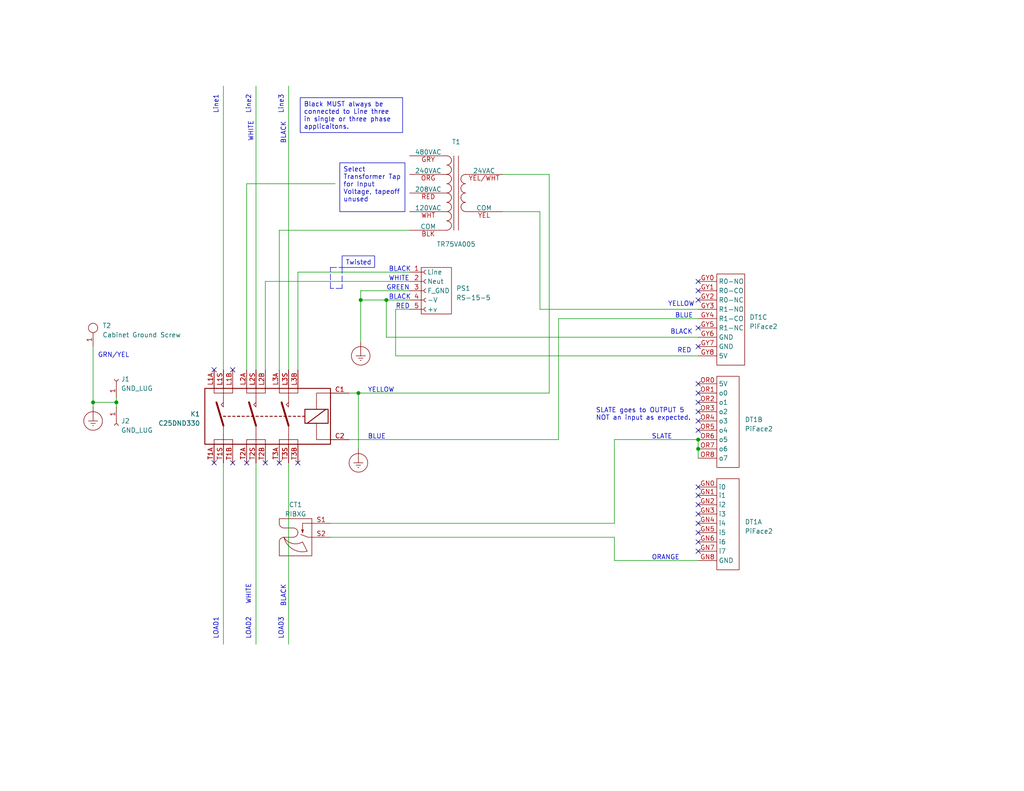
<source format=kicad_sch>
(kicad_sch (version 20230121) (generator eeschema)

  (uuid 7d631f0d-cbe6-4d6d-a8d3-2ee14f65e9f4)

  (paper "A")

  (title_block
    (title "RFID Interlock Legacy Variant B (2023)")
    (date "2023-07-25")
    (rev "0v1b")
    (company "Dallas Makerspace")
    (comment 1 "OZINDFW dms@ozindfw.net")
  )

  (lib_symbols
    (symbol "Connector:Conn_01x01_Socket" (pin_names (offset 1.016) hide) (in_bom yes) (on_board yes)
      (property "Reference" "J" (at 0 2.54 0)
        (effects (font (size 1.27 1.27)))
      )
      (property "Value" "Conn_01x01_Socket" (at 0 -2.54 0)
        (effects (font (size 1.27 1.27)))
      )
      (property "Footprint" "" (at 0 0 0)
        (effects (font (size 1.27 1.27)) hide)
      )
      (property "Datasheet" "~" (at 0 0 0)
        (effects (font (size 1.27 1.27)) hide)
      )
      (property "ki_locked" "" (at 0 0 0)
        (effects (font (size 1.27 1.27)))
      )
      (property "ki_keywords" "connector" (at 0 0 0)
        (effects (font (size 1.27 1.27)) hide)
      )
      (property "ki_description" "Generic connector, single row, 01x01, script generated" (at 0 0 0)
        (effects (font (size 1.27 1.27)) hide)
      )
      (property "ki_fp_filters" "Connector*:*_1x??_*" (at 0 0 0)
        (effects (font (size 1.27 1.27)) hide)
      )
      (symbol "Conn_01x01_Socket_1_1"
        (polyline
          (pts
            (xy -1.27 0)
            (xy -0.508 0)
          )
          (stroke (width 0.1524) (type default))
          (fill (type none))
        )
        (arc (start 0 0.508) (mid -0.5058 0) (end 0 -0.508)
          (stroke (width 0.1524) (type default))
          (fill (type none))
        )
        (pin passive line (at -5.08 0 0) (length 3.81)
          (name "Pin_1" (effects (font (size 1.27 1.27))))
          (number "1" (effects (font (size 1.27 1.27))))
        )
      )
    )
    (symbol "oz:Eaton_Contactor" (in_bom yes) (on_board yes)
      (property "Reference" "K" (at 13.97 13.97 0)
        (effects (font (size 1.27 1.27)) (justify left))
      )
      (property "Value" "Eaton_Contactor" (at 13.97 11.43 0)
        (effects (font (size 1.27 1.27)) (justify left))
      )
      (property "Footprint" "" (at -5.08 -1.27 0)
        (effects (font (size 1.27 1.27)) (justify left) hide)
      )
      (property "Datasheet" "" (at 8.255 0 0)
        (effects (font (size 1.27 1.27)) hide)
      )
      (property "ki_keywords" "contactor three pole" (at 0 0 0)
        (effects (font (size 1.27 1.27)) hide)
      )
      (property "ki_description" "3PST Contactor" (at 0 0 0)
        (effects (font (size 1.27 1.27)) hide)
      )
      (property "ki_fp_filters" "Relay*SPST*StandexMeder*MS*Form1AB*" (at 0 0 0)
        (effects (font (size 1.27 1.27)) hide)
      )
      (symbol "Eaton_Contactor_0_0"
        (polyline
          (pts
            (xy -8.89 5.08)
            (xy -8.89 2.54)
            (xy -9.525 3.175)
            (xy -8.89 3.81)
          )
          (stroke (width 0) (type default))
          (fill (type none))
        )
        (polyline
          (pts
            (xy 0 5.08)
            (xy 0 2.54)
            (xy -0.635 3.175)
            (xy 0 3.81)
          )
          (stroke (width 0) (type default))
          (fill (type none))
        )
        (polyline
          (pts
            (xy 8.89 5.08)
            (xy 8.89 2.54)
            (xy 8.255 3.175)
            (xy 8.89 3.81)
          )
          (stroke (width 0) (type default))
          (fill (type none))
        )
      )
      (symbol "Eaton_Contactor_0_1"
        (rectangle (start -13.97 7.62) (end 20.32 -7.62)
          (stroke (width 0.254) (type default))
          (fill (type none))
        )
        (polyline
          (pts
            (xy -8.89 -5.08)
            (xy -8.89 -7.62)
          )
          (stroke (width 0) (type default))
          (fill (type none))
        )
        (polyline
          (pts
            (xy -8.89 -2.54)
            (xy -10.795 3.81)
          )
          (stroke (width 0.508) (type default))
          (fill (type none))
        )
        (polyline
          (pts
            (xy -8.89 -2.54)
            (xy -8.89 -5.08)
          )
          (stroke (width 0) (type default))
          (fill (type none))
        )
        (polyline
          (pts
            (xy -8.89 0)
            (xy -8.255 0)
          )
          (stroke (width 0.254) (type default))
          (fill (type none))
        )
        (polyline
          (pts
            (xy -8.89 7.62)
            (xy -8.89 5.08)
          )
          (stroke (width 0) (type default))
          (fill (type none))
        )
        (polyline
          (pts
            (xy -7.62 0)
            (xy -6.985 0)
          )
          (stroke (width 0.254) (type default))
          (fill (type none))
        )
        (polyline
          (pts
            (xy -6.35 0)
            (xy -5.715 0)
          )
          (stroke (width 0.254) (type default))
          (fill (type none))
        )
        (polyline
          (pts
            (xy -5.08 0)
            (xy -4.445 0)
          )
          (stroke (width 0.254) (type default))
          (fill (type none))
        )
        (polyline
          (pts
            (xy -5.08 0)
            (xy -4.445 0)
          )
          (stroke (width 0.254) (type default))
          (fill (type none))
        )
        (polyline
          (pts
            (xy -3.81 0)
            (xy -3.175 0)
          )
          (stroke (width 0.254) (type default))
          (fill (type none))
        )
        (polyline
          (pts
            (xy -2.54 0)
            (xy -1.905 0)
          )
          (stroke (width 0.254) (type default))
          (fill (type none))
        )
        (polyline
          (pts
            (xy -1.27 0)
            (xy -0.635 0)
          )
          (stroke (width 0.254) (type default))
          (fill (type none))
        )
        (polyline
          (pts
            (xy -1.27 0)
            (xy -0.635 0)
          )
          (stroke (width 0.254) (type default))
          (fill (type none))
        )
        (polyline
          (pts
            (xy 0 -5.08)
            (xy 0 -7.62)
          )
          (stroke (width 0) (type default))
          (fill (type none))
        )
        (polyline
          (pts
            (xy 0 -2.54)
            (xy -1.905 3.81)
          )
          (stroke (width 0.508) (type default))
          (fill (type none))
        )
        (polyline
          (pts
            (xy 0 -2.54)
            (xy 0 -5.08)
          )
          (stroke (width 0) (type default))
          (fill (type none))
        )
        (polyline
          (pts
            (xy 0 0)
            (xy 0.635 0)
          )
          (stroke (width 0.254) (type default))
          (fill (type none))
        )
        (polyline
          (pts
            (xy 0 7.62)
            (xy 0 5.08)
          )
          (stroke (width 0) (type default))
          (fill (type none))
        )
        (polyline
          (pts
            (xy 1.27 0)
            (xy 1.905 0)
          )
          (stroke (width 0.254) (type default))
          (fill (type none))
        )
        (polyline
          (pts
            (xy 2.54 0)
            (xy 3.175 0)
          )
          (stroke (width 0.254) (type default))
          (fill (type none))
        )
        (polyline
          (pts
            (xy 3.81 0)
            (xy 4.445 0)
          )
          (stroke (width 0.254) (type default))
          (fill (type none))
        )
        (polyline
          (pts
            (xy 5.08 0)
            (xy 5.715 0)
          )
          (stroke (width 0.254) (type default))
          (fill (type none))
        )
        (polyline
          (pts
            (xy 6.35 0)
            (xy 6.985 0)
          )
          (stroke (width 0.254) (type default))
          (fill (type none))
        )
        (polyline
          (pts
            (xy 7.62 0)
            (xy 8.255 0)
          )
          (stroke (width 0.254) (type default))
          (fill (type none))
        )
        (polyline
          (pts
            (xy 7.62 0)
            (xy 8.255 0)
          )
          (stroke (width 0.254) (type default))
          (fill (type none))
        )
        (polyline
          (pts
            (xy 8.89 -5.08)
            (xy 8.89 -7.62)
          )
          (stroke (width 0) (type default))
          (fill (type none))
        )
        (polyline
          (pts
            (xy 8.89 -2.54)
            (xy 6.985 3.81)
          )
          (stroke (width 0.508) (type default))
          (fill (type none))
        )
        (polyline
          (pts
            (xy 8.89 -2.54)
            (xy 8.89 -5.08)
          )
          (stroke (width 0) (type default))
          (fill (type none))
        )
        (polyline
          (pts
            (xy 8.89 0)
            (xy 9.525 0)
          )
          (stroke (width 0.254) (type default))
          (fill (type none))
        )
        (polyline
          (pts
            (xy 8.89 7.62)
            (xy 8.89 5.08)
          )
          (stroke (width 0) (type default))
          (fill (type none))
        )
        (polyline
          (pts
            (xy 10.16 0)
            (xy 10.795 0)
          )
          (stroke (width 0.254) (type default))
          (fill (type none))
        )
        (polyline
          (pts
            (xy 11.43 0)
            (xy 12.065 0)
          )
          (stroke (width 0.254) (type default))
          (fill (type none))
        )
        (polyline
          (pts
            (xy 12.7 0)
            (xy 13.335 0)
          )
          (stroke (width 0.254) (type default))
          (fill (type none))
        )
        (polyline
          (pts
            (xy 13.97 -1.905)
            (xy 19.05 1.905)
          )
          (stroke (width 0.254) (type default))
          (fill (type none))
        )
        (polyline
          (pts
            (xy 16.51 -6.35)
            (xy 20.32 -6.35)
          )
          (stroke (width 0) (type default))
          (fill (type none))
        )
        (polyline
          (pts
            (xy 16.51 -5.08)
            (xy 16.51 -6.35)
          )
          (stroke (width 0) (type default))
          (fill (type none))
        )
        (polyline
          (pts
            (xy 16.51 -5.08)
            (xy 16.51 -1.905)
          )
          (stroke (width 0) (type default))
          (fill (type none))
        )
        (polyline
          (pts
            (xy 16.51 3.81)
            (xy 16.51 1.905)
          )
          (stroke (width 0) (type default))
          (fill (type none))
        )
        (polyline
          (pts
            (xy 20.32 6.35)
            (xy 16.51 6.35)
            (xy 16.51 3.81)
          )
          (stroke (width 0) (type default))
          (fill (type none))
        )
        (polyline
          (pts
            (xy -11.43 -7.62)
            (xy -11.43 -6.35)
            (xy -6.35 -6.35)
            (xy -6.35 -7.62)
          )
          (stroke (width 0) (type default))
          (fill (type none))
        )
        (polyline
          (pts
            (xy -11.43 7.62)
            (xy -11.43 6.35)
            (xy -6.35 6.35)
            (xy -6.35 7.62)
          )
          (stroke (width 0) (type default))
          (fill (type none))
        )
        (polyline
          (pts
            (xy -2.54 -7.62)
            (xy -2.54 -6.35)
            (xy 2.54 -6.35)
            (xy 2.54 -7.62)
          )
          (stroke (width 0) (type default))
          (fill (type none))
        )
        (polyline
          (pts
            (xy -2.54 7.62)
            (xy -2.54 6.35)
            (xy 2.54 6.35)
            (xy 2.54 7.62)
          )
          (stroke (width 0) (type default))
          (fill (type none))
        )
        (polyline
          (pts
            (xy 6.35 -7.62)
            (xy 6.35 -6.35)
            (xy 11.43 -6.35)
            (xy 11.43 -7.62)
          )
          (stroke (width 0) (type default))
          (fill (type none))
        )
        (polyline
          (pts
            (xy 6.35 7.62)
            (xy 6.35 6.35)
            (xy 11.43 6.35)
            (xy 11.43 7.62)
          )
          (stroke (width 0) (type default))
          (fill (type none))
        )
        (rectangle (start 13.335 1.905) (end 19.685 -1.905)
          (stroke (width 0.254) (type default))
          (fill (type none))
        )
      )
      (symbol "Eaton_Contactor_1_1"
        (pin passive line (at 25.4 6.35 180) (length 5.08)
          (name "~" (effects (font (size 1.27 1.27))))
          (number "C1" (effects (font (size 1.27 1.27))))
        )
        (pin passive line (at 25.4 -6.35 180) (length 5.08)
          (name "~" (effects (font (size 1.27 1.27))))
          (number "C2" (effects (font (size 1.27 1.27))))
        )
        (pin passive line (at -11.43 12.7 270) (length 5.08)
          (name "~" (effects (font (size 1.27 1.27))))
          (number "L1A" (effects (font (size 1.27 1.27))))
        )
        (pin passive line (at -6.35 12.7 270) (length 5.08)
          (name "~" (effects (font (size 1.27 1.27))))
          (number "L1B" (effects (font (size 1.27 1.27))))
        )
        (pin passive line (at -8.89 12.7 270) (length 5.08)
          (name "" (effects (font (size 1.27 1.27))))
          (number "L1S" (effects (font (size 1.27 1.27))))
        )
        (pin passive line (at -2.54 12.7 270) (length 5.08)
          (name "~" (effects (font (size 1.27 1.27))))
          (number "L2A" (effects (font (size 1.27 1.27))))
        )
        (pin passive line (at 2.54 12.7 270) (length 5.08)
          (name "~" (effects (font (size 1.27 1.27))))
          (number "L2B" (effects (font (size 1.27 1.27))))
        )
        (pin passive line (at 0 12.7 270) (length 5.08)
          (name "" (effects (font (size 1.27 1.27))))
          (number "L2S" (effects (font (size 1.27 1.27))))
        )
        (pin passive line (at 6.35 12.7 270) (length 5.08)
          (name "~" (effects (font (size 1.27 1.27))))
          (number "L3A" (effects (font (size 1.27 1.27))))
        )
        (pin passive line (at 11.43 12.7 270) (length 5.08)
          (name "~" (effects (font (size 1.27 1.27))))
          (number "L3B" (effects (font (size 1.27 1.27))))
        )
        (pin passive line (at 8.89 12.7 270) (length 5.08)
          (name "" (effects (font (size 1.27 1.27))))
          (number "L3S" (effects (font (size 1.27 1.27))))
        )
        (pin passive line (at -11.43 -12.7 90) (length 5.08)
          (name "~" (effects (font (size 1.27 1.27))))
          (number "T1A" (effects (font (size 1.27 1.27))))
        )
        (pin passive line (at -6.35 -12.7 90) (length 5.08)
          (name "~" (effects (font (size 1.27 1.27))))
          (number "T1B" (effects (font (size 1.27 1.27))))
        )
        (pin passive line (at -8.89 -12.7 90) (length 5.08)
          (name "" (effects (font (size 1.27 1.27))))
          (number "T1S" (effects (font (size 1.27 1.27))))
        )
        (pin passive line (at -2.54 -12.7 90) (length 5.08)
          (name "~" (effects (font (size 1.27 1.27))))
          (number "T2A" (effects (font (size 1.27 1.27))))
        )
        (pin passive line (at 2.54 -12.7 90) (length 5.08)
          (name "~" (effects (font (size 1.27 1.27))))
          (number "T2B" (effects (font (size 1.27 1.27))))
        )
        (pin passive line (at 0 -12.7 90) (length 5.08)
          (name "" (effects (font (size 1.27 1.27))))
          (number "T2S" (effects (font (size 1.27 1.27))))
        )
        (pin passive line (at 6.35 -12.7 90) (length 5.08)
          (name "~" (effects (font (size 1.27 1.27))))
          (number "T3A" (effects (font (size 1.27 1.27))))
        )
        (pin passive line (at 11.43 -12.7 90) (length 5.08)
          (name "~" (effects (font (size 1.27 1.27))))
          (number "T3B" (effects (font (size 1.27 1.27))))
        )
        (pin passive line (at 8.89 -12.7 90) (length 5.08)
          (name "" (effects (font (size 1.27 1.27))))
          (number "T3S" (effects (font (size 1.27 1.27))))
        )
      )
    )
    (symbol "oz:PiFace2" (in_bom yes) (on_board yes)
      (property "Reference" "DT" (at 1.27 16.51 0)
        (effects (font (size 1.27 1.27)))
      )
      (property "Value" "PiFace2" (at 3.81 13.97 0)
        (effects (font (size 1.27 1.27)))
      )
      (property "Footprint" "" (at 6.096 6.858 0)
        (effects (font (size 1.27 1.27)) hide)
      )
      (property "Datasheet" "" (at 6.096 6.858 0)
        (effects (font (size 1.27 1.27)) hide)
      )
      (property "ki_locked" "" (at 0 0 0)
        (effects (font (size 1.27 1.27)))
      )
      (symbol "PiFace2_1_1"
        (rectangle (start 0 12.192) (end 6.096 -12.7)
          (stroke (width 0) (type default))
          (fill (type none))
        )
        (pin passive line (at -5.08 9.906 0) (length 5.08)
          (name "i0" (effects (font (size 1.27 1.27))))
          (number "GN0" (effects (font (size 1.27 1.27))))
        )
        (pin input line (at -5.08 7.62 0) (length 5.08)
          (name "i1" (effects (font (size 1.27 1.27))))
          (number "GN1" (effects (font (size 1.27 1.27))))
        )
        (pin input line (at -5.08 5.08 0) (length 5.08)
          (name "i2" (effects (font (size 1.27 1.27))))
          (number "GN2" (effects (font (size 1.27 1.27))))
        )
        (pin input line (at -5.08 2.54 0) (length 5.08)
          (name "i3" (effects (font (size 1.27 1.27))))
          (number "GN3" (effects (font (size 1.27 1.27))))
        )
        (pin input line (at -5.08 0 0) (length 5.08)
          (name "i4" (effects (font (size 1.27 1.27))))
          (number "GN4" (effects (font (size 1.27 1.27))))
        )
        (pin input line (at -5.08 -2.54 0) (length 5.08)
          (name "i5" (effects (font (size 1.27 1.27))))
          (number "GN5" (effects (font (size 1.27 1.27))))
        )
        (pin input line (at -5.08 -5.08 0) (length 5.08)
          (name "i6" (effects (font (size 1.27 1.27))))
          (number "GN6" (effects (font (size 1.27 1.27))))
        )
        (pin input line (at -5.08 -7.62 0) (length 5.08)
          (name "i7" (effects (font (size 1.27 1.27))))
          (number "GN7" (effects (font (size 1.27 1.27))))
        )
        (pin passive line (at -5.08 -10.16 0) (length 5.08)
          (name "GND" (effects (font (size 1.27 1.27))))
          (number "GN8" (effects (font (size 1.27 1.27))))
        )
      )
      (symbol "PiFace2_2_1"
        (rectangle (start 0 12.192) (end 6.096 -12.7)
          (stroke (width 0) (type default))
          (fill (type none))
        )
        (pin passive line (at -5.08 10.16 0) (length 5.08)
          (name "5V" (effects (font (size 1.27 1.27))))
          (number "OR0" (effects (font (size 1.27 1.27))))
        )
        (pin output line (at -5.08 7.62 0) (length 5.08)
          (name "o0" (effects (font (size 1.27 1.27))))
          (number "OR1" (effects (font (size 1.27 1.27))))
        )
        (pin output line (at -5.08 5.08 0) (length 5.08)
          (name "o1" (effects (font (size 1.27 1.27))))
          (number "OR2" (effects (font (size 1.27 1.27))))
        )
        (pin output line (at -5.08 2.54 0) (length 5.08)
          (name "o2" (effects (font (size 1.27 1.27))))
          (number "OR3" (effects (font (size 1.27 1.27))))
        )
        (pin output line (at -5.08 0 0) (length 5.08)
          (name "o3" (effects (font (size 1.27 1.27))))
          (number "OR4" (effects (font (size 1.27 1.27))))
        )
        (pin output line (at -5.08 -2.54 0) (length 5.08)
          (name "o4" (effects (font (size 1.27 1.27))))
          (number "OR5" (effects (font (size 1.27 1.27))))
        )
        (pin output line (at -5.08 -5.08 0) (length 5.08)
          (name "o5" (effects (font (size 1.27 1.27))))
          (number "OR6" (effects (font (size 1.27 1.27))))
        )
        (pin output line (at -5.08 -7.62 0) (length 5.08)
          (name "o6" (effects (font (size 1.27 1.27))))
          (number "OR7" (effects (font (size 1.27 1.27))))
        )
        (pin output line (at -5.08 -10.16 0) (length 5.08)
          (name "o7" (effects (font (size 1.27 1.27))))
          (number "OR8" (effects (font (size 1.27 1.27))))
        )
      )
      (symbol "PiFace2_3_1"
        (rectangle (start 0 12.192) (end 7.62 -12.7)
          (stroke (width 0) (type default))
          (fill (type none))
        )
        (pin passive line (at -5.08 10.16 0) (length 5.08)
          (name "R0-NO" (effects (font (size 1.27 1.27))))
          (number "GY0" (effects (font (size 1.27 1.27))))
        )
        (pin passive line (at -5.08 7.62 0) (length 5.08)
          (name "R0-CO" (effects (font (size 1.27 1.27))))
          (number "GY1" (effects (font (size 1.27 1.27))))
        )
        (pin passive line (at -5.08 5.08 0) (length 5.08)
          (name "R0-NC" (effects (font (size 1.27 1.27))))
          (number "GY2" (effects (font (size 1.27 1.27))))
        )
        (pin passive line (at -5.08 2.54 0) (length 5.08)
          (name "R1-NO" (effects (font (size 1.27 1.27))))
          (number "GY3" (effects (font (size 1.27 1.27))))
        )
        (pin passive line (at -5.08 0 0) (length 5.08)
          (name "R1-CO" (effects (font (size 1.27 1.27))))
          (number "GY4" (effects (font (size 1.27 1.27))))
        )
        (pin passive line (at -5.08 -2.54 0) (length 5.08)
          (name "R1-NC" (effects (font (size 1.27 1.27))))
          (number "GY5" (effects (font (size 1.27 1.27))))
        )
        (pin passive line (at -5.08 -5.08 0) (length 5.08)
          (name "GND" (effects (font (size 1.27 1.27))))
          (number "GY6" (effects (font (size 1.27 1.27))))
        )
        (pin passive line (at -5.08 -7.62 0) (length 5.08)
          (name "GND" (effects (font (size 1.27 1.27))))
          (number "GY7" (effects (font (size 1.27 1.27))))
        )
        (pin passive line (at -5.08 -10.16 0) (length 5.08)
          (name "5V" (effects (font (size 1.27 1.27))))
          (number "GY8" (effects (font (size 1.27 1.27))))
        )
      )
    )
    (symbol "oz:RIBXG" (in_bom yes) (on_board yes)
      (property "Reference" "CT" (at -3.302 6.35 0)
        (effects (font (size 1.27 1.27)))
      )
      (property "Value" "RIBXG" (at -2.032 -6.35 0)
        (effects (font (size 1.27 1.27)))
      )
      (property "Footprint" "" (at 1.778 5.08 0)
        (effects (font (size 1.27 1.27)) hide)
      )
      (property "Datasheet" "" (at 1.778 5.08 0)
        (effects (font (size 1.27 1.27)) hide)
      )
      (property "ki_keywords" "Current Sense Switch" (at 0 0 0)
        (effects (font (size 1.27 1.27)) hide)
      )
      (property "ki_description" "Current Sense Switch" (at 0 0 0)
        (effects (font (size 1.27 1.27)) hide)
      )
      (symbol "RIBXG_0_1"
        (arc (start -4.572 3.81) (mid -4.2 2.912) (end -3.302 2.54)
          (stroke (width 0) (type default))
          (fill (type none))
        )
        (arc (start -3.302 0) (mid -4.2 -0.372) (end -4.572 -1.27)
          (stroke (width 0) (type default))
          (fill (type none))
        )
        (arc (start -3.302 0) (mid -1.025 -1.6871) (end 1.778 -1.27)
          (stroke (width 0) (type default))
          (fill (type none))
        )
        (arc (start -3.302 0) (mid -0.9161 -3.2202) (end 3.048 -3.81)
          (stroke (width 0) (type default))
          (fill (type none))
        )
        (arc (start -0.762 0) (mid 0.136 0.372) (end 0.508 1.27)
          (stroke (width 0) (type default))
          (fill (type none))
        )
        (polyline
          (pts
            (xy -0.762 0)
            (xy -3.302 0)
          )
          (stroke (width 0) (type default))
          (fill (type none))
        )
        (polyline
          (pts
            (xy -0.762 2.54)
            (xy -3.302 2.54)
          )
          (stroke (width 0) (type default))
          (fill (type none))
        )
        (polyline
          (pts
            (xy 1.778 -1.27)
            (xy 3.048 -3.81)
          )
          (stroke (width 0) (type default))
          (fill (type none))
        )
        (polyline
          (pts
            (xy 2.032 2.032)
            (xy 1.778 1.778)
            (xy 1.524 2.032)
          )
          (stroke (width 0) (type default))
          (fill (type none))
        )
        (polyline
          (pts
            (xy 4.318 0)
            (xy 3.302 0)
            (xy 1.27 0.762)
          )
          (stroke (width 0) (type default))
          (fill (type none))
        )
        (polyline
          (pts
            (xy 4.318 3.81)
            (xy 1.778 3.81)
            (xy 1.778 1.27)
          )
          (stroke (width 0) (type default))
          (fill (type none))
        )
        (polyline
          (pts
            (xy 1.778 1.27)
            (xy 1.524 2.032)
            (xy 2.032 2.032)
            (xy 1.778 1.27)
          )
          (stroke (width 0) (type default))
          (fill (type none))
        )
        (polyline
          (pts
            (xy -4.572 -1.27)
            (xy -4.572 -5.08)
            (xy 4.318 -5.08)
            (xy 4.318 5.08)
            (xy -4.572 5.08)
            (xy -4.572 3.81)
          )
          (stroke (width 0) (type default))
          (fill (type none))
        )
        (arc (start 0.508 1.27) (mid 0.136 2.168) (end -0.762 2.54)
          (stroke (width 0) (type default))
          (fill (type none))
        )
      )
      (symbol "RIBXG_1_1"
        (pin passive line (at 9.398 3.81 180) (length 5.08)
          (name "" (effects (font (size 1.27 1.27))))
          (number "S1" (effects (font (size 1.27 1.27))))
        )
        (pin passive line (at 9.398 0 180) (length 5.08)
          (name "" (effects (font (size 1.27 1.27))))
          (number "S2" (effects (font (size 1.27 1.27))))
        )
      )
    )
    (symbol "oz:RS-15-5" (pin_names (offset 1.016)) (in_bom yes) (on_board yes)
      (property "Reference" "PS" (at 0 7.62 0)
        (effects (font (size 1.27 1.27)))
      )
      (property "Value" "RS-15-5" (at 0 -7.62 0)
        (effects (font (size 1.27 1.27)))
      )
      (property "Footprint" "" (at 0 0 0)
        (effects (font (size 1.27 1.27)) hide)
      )
      (property "Datasheet" "" (at 2.54 1.27 0)
        (effects (font (size 1.27 1.27)) hide)
      )
      (property "ki_keywords" "connector" (at 0 0 0)
        (effects (font (size 1.27 1.27)) hide)
      )
      (property "ki_description" "Generic connector, single row, 01x05, script generated" (at 0 0 0)
        (effects (font (size 1.27 1.27)) hide)
      )
      (property "ki_fp_filters" "Connector*:*_1x??_*" (at 0 0 0)
        (effects (font (size 1.27 1.27)) hide)
      )
      (symbol "RS-15-5_0_1"
        (rectangle (start -1.905 6.35) (end 6.35 -6.35)
          (stroke (width 0) (type default))
          (fill (type none))
        )
      )
      (symbol "RS-15-5_1_1"
        (arc (start -0.6372 -4.572) (mid -1.143 -5.08) (end -0.6372 -5.588)
          (stroke (width 0.1524) (type default))
          (fill (type none))
        )
        (arc (start -0.6372 -2.032) (mid -1.143 -2.54) (end -0.6372 -3.048)
          (stroke (width 0.1524) (type default))
          (fill (type none))
        )
        (arc (start -0.6372 0.508) (mid -1.143 0) (end -0.6372 -0.508)
          (stroke (width 0.1524) (type default))
          (fill (type none))
        )
        (arc (start -0.6372 3.048) (mid -1.143 2.54) (end -0.6372 2.032)
          (stroke (width 0.1524) (type default))
          (fill (type none))
        )
        (arc (start -0.6372 5.588) (mid -1.143 5.08) (end -0.6372 4.572)
          (stroke (width 0.1524) (type default))
          (fill (type none))
        )
        (pin power_in line (at -5.08 5.08 0) (length 3.81)
          (name "Line" (effects (font (size 1.27 1.27))))
          (number "1" (effects (font (size 1.27 1.27))))
        )
        (pin power_in line (at -5.08 2.54 0) (length 3.81)
          (name "Neut" (effects (font (size 1.27 1.27))))
          (number "2" (effects (font (size 1.27 1.27))))
        )
        (pin passive line (at -5.08 0 0) (length 3.81)
          (name "F_GND" (effects (font (size 1.27 1.27))))
          (number "3" (effects (font (size 1.27 1.27))))
        )
        (pin power_out line (at -5.08 -2.54 0) (length 3.81)
          (name "-V" (effects (font (size 1.27 1.27))))
          (number "4" (effects (font (size 1.27 1.27))))
        )
        (pin power_out line (at -5.08 -5.08 0) (length 3.81)
          (name "+v" (effects (font (size 1.27 1.27))))
          (number "5" (effects (font (size 1.27 1.27))))
        )
      )
    )
    (symbol "oz:Ring_Term" (pin_names (offset 1.016) hide) (in_bom yes) (on_board yes)
      (property "Reference" "T" (at 0 2.54 0)
        (effects (font (size 1.27 1.27)))
      )
      (property "Value" "Ring_Terminal" (at 0 -2.54 0)
        (effects (font (size 1.27 1.27)))
      )
      (property "Footprint" "" (at 0 0 0)
        (effects (font (size 1.27 1.27)) hide)
      )
      (property "Datasheet" "~" (at 0 0 0)
        (effects (font (size 1.27 1.27)) hide)
      )
      (property "ki_locked" "" (at 0 0 0)
        (effects (font (size 1.27 1.27)))
      )
      (property "ki_keywords" "connector" (at 0 0 0)
        (effects (font (size 1.27 1.27)) hide)
      )
      (property "ki_description" "Generic connector, single row, 01x01, script generated" (at 0 0 0)
        (effects (font (size 1.27 1.27)) hide)
      )
      (property "ki_fp_filters" "Connector*:*_1x??_*" (at 0 0 0)
        (effects (font (size 1.27 1.27)) hide)
      )
      (symbol "Ring_Term_1_1"
        (circle (center 0 0) (radius 1.27)
          (stroke (width 0) (type default))
          (fill (type none))
        )
        (pin passive line (at -5.08 0 0) (length 3.81)
          (name "Pin_1" (effects (font (size 1.27 1.27))))
          (number "1" (effects (font (size 1.27 1.27))))
        )
      )
    )
    (symbol "oz:Transformer_Tap_Pri" (pin_names (offset 0)) (in_bom yes) (on_board yes)
      (property "Reference" "T" (at 0 13.97 0)
        (effects (font (size 1.27 1.27)))
      )
      (property "Value" "Transformer_Tap_Pri" (at 0 -13.97 0)
        (effects (font (size 1.27 1.27)))
      )
      (property "Footprint" "" (at 0 0 0)
        (effects (font (size 1.27 1.27)) hide)
      )
      (property "Datasheet" "" (at 0 0 0)
        (effects (font (size 1.27 1.27)) hide)
      )
      (property "ki_keywords" "transformer coil magnet" (at 0 0 0)
        (effects (font (size 1.27 1.27)) hide)
      )
      (property "ki_description" "Transformer, single primary, single secondary, SO-8 package" (at 0 0 0)
        (effects (font (size 1.27 1.27)) hide)
      )
      (symbol "Transformer_Tap_Pri_0_1"
        (arc (start -2.54 -10.1346) (mid -1.6561 -9.7663) (end -1.27 -8.89)
          (stroke (width 0) (type default))
          (fill (type none))
        )
        (arc (start -2.54 -7.5946) (mid -1.6561 -7.2263) (end -1.27 -6.35)
          (stroke (width 0) (type default))
          (fill (type none))
        )
        (arc (start -2.54 -5.0546) (mid -1.6599 -4.6901) (end -1.27 -3.81)
          (stroke (width 0) (type default))
          (fill (type none))
        )
        (arc (start -2.54 -2.5146) (mid -1.6599 -2.1501) (end -1.27 -1.27)
          (stroke (width 0) (type default))
          (fill (type none))
        )
        (arc (start -2.54 0.0254) (mid -1.6599 0.3899) (end -1.27 1.27)
          (stroke (width 0) (type default))
          (fill (type none))
        )
        (arc (start -2.54 2.5654) (mid -1.6599 2.9299) (end -1.27 3.81)
          (stroke (width 0) (type default))
          (fill (type none))
        )
        (arc (start -2.54 5.1054) (mid -1.6561 5.4737) (end -1.27 6.35)
          (stroke (width 0) (type default))
          (fill (type none))
        )
        (arc (start -2.54 7.6454) (mid -1.6561 8.0137) (end -1.27 8.89)
          (stroke (width 0) (type default))
          (fill (type none))
        )
        (arc (start -1.27 -8.89) (mid -1.642 -7.992) (end -2.54 -7.62)
          (stroke (width 0) (type default))
          (fill (type none))
        )
        (arc (start -1.27 -6.35) (mid -1.642 -5.452) (end -2.54 -5.08)
          (stroke (width 0) (type default))
          (fill (type none))
        )
        (arc (start -1.27 -3.81) (mid -1.642 -2.912) (end -2.54 -2.54)
          (stroke (width 0) (type default))
          (fill (type none))
        )
        (arc (start -1.27 -1.27) (mid -1.642 -0.372) (end -2.54 0)
          (stroke (width 0) (type default))
          (fill (type none))
        )
        (arc (start -1.27 1.27) (mid -1.642 2.168) (end -2.54 2.54)
          (stroke (width 0) (type default))
          (fill (type none))
        )
        (arc (start -1.27 3.81) (mid -1.642 4.708) (end -2.54 5.08)
          (stroke (width 0) (type default))
          (fill (type none))
        )
        (arc (start -1.27 6.35) (mid -1.642 7.248) (end -2.54 7.62)
          (stroke (width 0) (type default))
          (fill (type none))
        )
        (arc (start -1.27 8.89) (mid -1.642 9.788) (end -2.54 10.16)
          (stroke (width 0) (type default))
          (fill (type none))
        )
        (polyline
          (pts
            (xy -0.635 10.16)
            (xy -0.635 -10.16)
          )
          (stroke (width 0) (type default))
          (fill (type none))
        )
        (polyline
          (pts
            (xy 0.635 10.16)
            (xy 0.635 -10.16)
          )
          (stroke (width 0) (type default))
          (fill (type none))
        )
        (arc (start 1.2954 -1.27) (mid 1.6599 -2.1501) (end 2.54 -2.5146)
          (stroke (width 0) (type default))
          (fill (type none))
        )
        (arc (start 1.2954 1.27) (mid 1.6599 0.3899) (end 2.54 0.0254)
          (stroke (width 0) (type default))
          (fill (type none))
        )
        (arc (start 1.2954 3.81) (mid 1.6599 2.9299) (end 2.54 2.5654)
          (stroke (width 0) (type default))
          (fill (type none))
        )
        (arc (start 1.3208 -3.81) (mid 1.6853 -4.6901) (end 2.5654 -5.0546)
          (stroke (width 0) (type default))
          (fill (type none))
        )
        (arc (start 2.54 0) (mid 1.642 -0.372) (end 1.2954 -1.27)
          (stroke (width 0) (type default))
          (fill (type none))
        )
        (arc (start 2.54 2.54) (mid 1.642 2.168) (end 1.2954 1.27)
          (stroke (width 0) (type default))
          (fill (type none))
        )
        (arc (start 2.54 5.08) (mid 1.642 4.708) (end 1.2954 3.81)
          (stroke (width 0) (type default))
          (fill (type none))
        )
        (arc (start 2.5654 -2.54) (mid 1.6674 -2.912) (end 1.3208 -3.81)
          (stroke (width 0) (type default))
          (fill (type none))
        )
      )
      (symbol "Transformer_Tap_Pri_1_1"
        (pin passive line (at -12.7 -10.16 0) (length 10.16)
          (name "COM" (effects (font (size 1.27 1.27))))
          (number "BLK" (effects (font (size 1.27 1.27))))
        )
        (pin passive line (at -12.7 10.16 0) (length 10.16)
          (name "480VAC" (effects (font (size 1.27 1.27))))
          (number "GRY" (effects (font (size 1.27 1.27))))
        )
        (pin passive line (at -12.7 5.08 0) (length 10.16)
          (name "240VAC" (effects (font (size 1.27 1.27))))
          (number "ORG" (effects (font (size 1.27 1.27))))
        )
        (pin passive line (at -12.7 0 0) (length 10.16)
          (name "208VAC" (effects (font (size 1.27 1.27))))
          (number "RED" (effects (font (size 1.27 1.27))))
        )
        (pin passive line (at -12.7 -5.08 0) (length 10.16)
          (name "120VAC" (effects (font (size 1.27 1.27))))
          (number "WHT" (effects (font (size 1.27 1.27))))
        )
        (pin passive line (at 12.7 -5.08 180) (length 10.16)
          (name "COM" (effects (font (size 1.27 1.27))))
          (number "YEL" (effects (font (size 1.27 1.27))))
        )
        (pin passive line (at 12.7 5.08 180) (length 10.16)
          (name "24VAC" (effects (font (size 1.27 1.27))))
          (number "YEL/WHT" (effects (font (size 1.27 1.27))))
        )
      )
    )
    (symbol "power:Earth_Protective" (power) (pin_names (offset 0)) (in_bom yes) (on_board yes)
      (property "Reference" "#PWR" (at 6.35 -6.35 0)
        (effects (font (size 1.27 1.27)) hide)
      )
      (property "Value" "Earth_Protective" (at 11.43 -3.81 0)
        (effects (font (size 1.27 1.27)) hide)
      )
      (property "Footprint" "" (at 0 -2.54 0)
        (effects (font (size 1.27 1.27)) hide)
      )
      (property "Datasheet" "~" (at 0 -2.54 0)
        (effects (font (size 1.27 1.27)) hide)
      )
      (property "ki_keywords" "global ground gnd clean" (at 0 0 0)
        (effects (font (size 1.27 1.27)) hide)
      )
      (property "ki_description" "Power symbol creates a global label with name \"Earth_Protective\"" (at 0 0 0)
        (effects (font (size 1.27 1.27)) hide)
      )
      (symbol "Earth_Protective_0_1"
        (circle (center 0 -3.81) (radius 2.54)
          (stroke (width 0) (type default))
          (fill (type none))
        )
        (polyline
          (pts
            (xy -0.635 -4.445)
            (xy 0.635 -4.445)
          )
          (stroke (width 0) (type default))
          (fill (type none))
        )
        (polyline
          (pts
            (xy -0.127 -5.08)
            (xy 0.127 -5.08)
          )
          (stroke (width 0) (type default))
          (fill (type none))
        )
        (polyline
          (pts
            (xy 0 -3.81)
            (xy 0 0)
          )
          (stroke (width 0) (type default))
          (fill (type none))
        )
        (polyline
          (pts
            (xy 1.27 -3.81)
            (xy -1.27 -3.81)
          )
          (stroke (width 0) (type default))
          (fill (type none))
        )
      )
      (symbol "Earth_Protective_1_1"
        (pin power_in line (at 0 0 270) (length 0) hide
          (name "Earth_Protective" (effects (font (size 1.27 1.27))))
          (number "1" (effects (font (size 1.27 1.27))))
        )
      )
    )
  )

  (junction (at 190.5 120.015) (diameter 0) (color 0 0 0 0)
    (uuid 1002b835-521c-4c25-95f0-5372b5e61ea5)
  )
  (junction (at 25.4 109.855) (diameter 0) (color 0 0 0 0)
    (uuid 1b90543b-c276-4f4e-b14f-4b0224c02af0)
  )
  (junction (at 105.41 81.915) (diameter 0) (color 0 0 0 0)
    (uuid 4624c6a6-b645-4ef7-a980-934b8d94a7f3)
  )
  (junction (at 98.425 81.915) (diameter 0) (color 0 0 0 0)
    (uuid 5078d5f6-02de-48cb-9166-afbd1d209f51)
  )
  (junction (at 190.5 122.555) (diameter 0) (color 0 0 0 0)
    (uuid a4d5ece2-42ff-4168-831b-b20d3093de40)
  )
  (junction (at 97.79 107.315) (diameter 0) (color 0 0 0 0)
    (uuid a699d9d6-2fba-4173-97c5-b12b34ea8a22)
  )
  (junction (at 31.75 109.855) (diameter 0) (color 0 0 0 0)
    (uuid bd6186d9-ef37-4e76-b7ae-ed5b8e32168c)
  )

  (no_connect (at 190.5 137.795) (uuid 2c7dcae8-00fb-4a89-a1da-7b8692cf4491))
  (no_connect (at 190.5 145.415) (uuid 3476fc09-3290-4f93-9e7b-ba664ba3ed39))
  (no_connect (at 63.5 126.365) (uuid 3cd37032-ede7-4cae-a9de-5fad0ec9a123))
  (no_connect (at 76.2 126.365) (uuid 49a22e74-be55-47dc-bf08-34f77cb39422))
  (no_connect (at 190.5 76.835) (uuid 4dc9e50d-039d-4480-ae46-d14f325c07a5))
  (no_connect (at 72.39 126.365) (uuid 541658a7-9e3f-4882-97cf-578706f47dba))
  (no_connect (at 190.5 79.375) (uuid 5c6841b4-3ca4-4d7b-9978-6c26c6ea2065))
  (no_connect (at 190.5 94.615) (uuid 5d045683-0c22-406e-8112-9c4702799a6e))
  (no_connect (at 190.5 140.335) (uuid 699385fe-62a9-4c6e-9270-9bca81d4ed60))
  (no_connect (at 190.5 117.475) (uuid 6af63f96-5cd9-497a-8eb6-7cf1fdcecbc1))
  (no_connect (at 190.5 150.495) (uuid 7702aea8-3a39-447a-a35e-306d710885ea))
  (no_connect (at 190.5 112.395) (uuid 7bd5f54a-bf29-4b76-b933-c2a60b01ab67))
  (no_connect (at 190.5 107.315) (uuid 86028e4a-e479-423a-8188-c63776bb4494))
  (no_connect (at 81.28 126.365) (uuid 8f3e9de2-5dc7-42a3-9106-e7b8f80d0a85))
  (no_connect (at 67.31 126.365) (uuid 98e1b969-b490-427b-959a-bbeda44ebb2d))
  (no_connect (at 190.5 114.935) (uuid a93ef87d-388f-46b8-9156-bcd7bdd215ad))
  (no_connect (at 190.5 147.955) (uuid ae56b4da-ef8d-479e-9dc0-b911e1de1813))
  (no_connect (at 58.42 126.365) (uuid b06b4441-e26d-4ea6-94ad-64a83a3810cd))
  (no_connect (at 190.5 81.915) (uuid b2aaac75-3db2-4631-bd80-76e8f8c89e4e))
  (no_connect (at 63.5 100.965) (uuid b4081137-d850-419d-bb4a-10ffb6955878))
  (no_connect (at 190.5 142.875) (uuid b7de2ce2-b6cd-4702-b509-45837388df09))
  (no_connect (at 190.5 132.969) (uuid b99b24ce-35c9-441c-9f74-e58dcb2cb87a))
  (no_connect (at 190.5 104.775) (uuid c58b9fce-ae45-4868-b3f0-669a2871a9a2))
  (no_connect (at 190.5 89.535) (uuid cdf46669-08e7-4088-93e2-983be665e8e5))
  (no_connect (at 58.42 100.965) (uuid e785d141-ce3b-4439-ac10-7d1623246010))
  (no_connect (at 190.5 135.255) (uuid f689ff08-6bff-46a9-8da6-c003b8f18692))
  (no_connect (at 190.5 109.855) (uuid f76d5d8f-f7e8-49a4-8d6e-c5c642a0cf00))

  (wire (pts (xy 25.4 94.615) (xy 25.4 109.855))
    (stroke (width 0) (type default))
    (uuid 05ea31ed-7572-4f69-9a84-3f34d4ce33d8)
  )
  (wire (pts (xy 98.425 81.915) (xy 98.425 93.345))
    (stroke (width 0) (type default))
    (uuid 0c25215c-edef-4596-a6b5-2c113d599669)
  )
  (wire (pts (xy 152.4 120.015) (xy 152.4 86.995))
    (stroke (width 0) (type default))
    (uuid 0f11d979-366f-42d4-81f9-5df1287bd665)
  )
  (wire (pts (xy 72.39 76.835) (xy 72.39 100.965))
    (stroke (width 0) (type default))
    (uuid 16a018e1-3abe-4e34-8c36-0fd4d4d034d5)
  )
  (wire (pts (xy 107.95 97.155) (xy 190.5 97.155))
    (stroke (width 0) (type default))
    (uuid 1acf8c68-d8c6-429a-a8f2-f7b7966046e7)
  )
  (wire (pts (xy 60.96 23.495) (xy 60.96 100.965))
    (stroke (width 0) (type default))
    (uuid 1b2a5f10-3981-40c2-91bd-0bdbaf7bff6e)
  )
  (wire (pts (xy 67.31 50.165) (xy 67.31 100.965))
    (stroke (width 0) (type default))
    (uuid 1c0b8023-d346-49fc-861f-2e277d1e15c0)
  )
  (wire (pts (xy 69.85 23.495) (xy 69.85 100.965))
    (stroke (width 0) (type default))
    (uuid 20aed710-b40d-4516-bb22-fe3b7527bc5b)
  )
  (wire (pts (xy 167.64 142.875) (xy 167.64 120.015))
    (stroke (width 0) (type default))
    (uuid 2248fd06-3720-44da-80fa-6f5e181e66eb)
  )
  (wire (pts (xy 105.41 92.075) (xy 190.5 92.075))
    (stroke (width 0) (type default))
    (uuid 27727965-14d7-4ef5-895b-29cd6d93f24c)
  )
  (wire (pts (xy 167.64 146.685) (xy 167.64 153.035))
    (stroke (width 0) (type default))
    (uuid 299052d4-058f-4af6-b63d-e4959691f2c2)
  )
  (wire (pts (xy 95.25 107.315) (xy 97.79 107.315))
    (stroke (width 0) (type default))
    (uuid 2d390f5c-3f52-4c60-b86f-92e4de7ef126)
  )
  (wire (pts (xy 147.32 84.455) (xy 190.5 84.455))
    (stroke (width 0) (type default))
    (uuid 2f8c77d5-8b67-4ce2-aad4-68c83eed21ff)
  )
  (wire (pts (xy 190.5 122.555) (xy 190.5 125.095))
    (stroke (width 0) (type default))
    (uuid 3c68e7c7-0082-4900-8bb6-09b8dbb91dc5)
  )
  (wire (pts (xy 91.44 50.165) (xy 67.31 50.165))
    (stroke (width 0) (type default))
    (uuid 3ef0d762-9755-4dbd-8a78-4f78b5f3e030)
  )
  (wire (pts (xy 105.41 81.915) (xy 105.41 92.075))
    (stroke (width 0) (type default))
    (uuid 46864890-216e-480e-9644-72e98c4deeb4)
  )
  (polyline (pts (xy 90.17 73.025) (xy 93.345 73.025))
    (stroke (width 0) (type dash))
    (uuid 4aa39cdc-aa45-4c18-8024-bf8982927f36)
  )

  (wire (pts (xy 97.79 107.315) (xy 97.79 122.555))
    (stroke (width 0) (type default))
    (uuid 4f37ce6c-a2e2-4ba7-bb57-2763253e1140)
  )
  (wire (pts (xy 98.425 79.375) (xy 98.425 81.915))
    (stroke (width 0) (type default))
    (uuid 504c9645-a634-468e-a9ea-64d990098244)
  )
  (wire (pts (xy 90.17 146.685) (xy 167.64 146.685))
    (stroke (width 0) (type default))
    (uuid 54b6deec-0fb4-4f89-8b91-9e977e69bd5a)
  )
  (wire (pts (xy 90.17 142.875) (xy 167.64 142.875))
    (stroke (width 0) (type default))
    (uuid 55fb4023-7e56-4a06-a6d2-1738cec9dbc0)
  )
  (polyline (pts (xy 93.345 78.74) (xy 90.17 78.74))
    (stroke (width 0) (type dash))
    (uuid 5c542978-efe9-4c25-8db9-fdf8716df40f)
  )
  (polyline (pts (xy 90.17 78.74) (xy 90.17 73.025))
    (stroke (width 0) (type dash))
    (uuid 663dcf2f-026a-4bfd-b21d-e9a27ce10b7c)
  )

  (wire (pts (xy 25.4 109.855) (xy 25.4 111.125))
    (stroke (width 0) (type default))
    (uuid 665ab083-c473-46f1-8667-64ba26c880e0)
  )
  (wire (pts (xy 98.425 81.915) (xy 105.41 81.915))
    (stroke (width 0) (type default))
    (uuid 6a6bfc52-9791-4483-a735-061556dc21dd)
  )
  (wire (pts (xy 81.28 100.965) (xy 81.28 74.295))
    (stroke (width 0) (type default))
    (uuid 6bc81803-76c4-44be-baf2-a46495284e0b)
  )
  (wire (pts (xy 107.95 84.455) (xy 107.95 97.155))
    (stroke (width 0) (type default))
    (uuid 6c277ad0-9679-4bde-81b5-8c1202dacfbf)
  )
  (wire (pts (xy 111.76 79.375) (xy 98.425 79.375))
    (stroke (width 0) (type default))
    (uuid 7660573b-2399-4ebe-af57-e3b9e6cb373b)
  )
  (wire (pts (xy 167.64 153.035) (xy 190.5 153.035))
    (stroke (width 0) (type default))
    (uuid 7a67ecc5-f68d-43c9-bfe7-97d7f8b43bac)
  )
  (wire (pts (xy 149.86 47.625) (xy 149.86 107.315))
    (stroke (width 0) (type default))
    (uuid 847b6eab-13a4-49a3-a1e9-fecc4ed6a328)
  )
  (wire (pts (xy 78.74 23.495) (xy 78.74 100.965))
    (stroke (width 0) (type default))
    (uuid 87bb7edd-a9ce-4ce8-b783-54dfc43c3599)
  )
  (wire (pts (xy 60.96 126.365) (xy 60.96 175.895))
    (stroke (width 0) (type default))
    (uuid 8f2acaf6-eb78-4f91-ae83-ed45701f90bd)
  )
  (wire (pts (xy 137.16 47.625) (xy 149.86 47.625))
    (stroke (width 0) (type default))
    (uuid 8f89aa95-4396-411c-a66a-4e94dcf44ff9)
  )
  (wire (pts (xy 190.5 120.015) (xy 190.5 122.555))
    (stroke (width 0) (type default))
    (uuid 91db1848-245e-4101-a31a-89e29bcb5608)
  )
  (wire (pts (xy 97.79 107.315) (xy 149.86 107.315))
    (stroke (width 0) (type default))
    (uuid 984ccddb-68a6-4f65-9dc5-232381b8b6d0)
  )
  (wire (pts (xy 111.76 81.915) (xy 105.41 81.915))
    (stroke (width 0) (type default))
    (uuid 992ad469-350d-46c5-a3d2-9f6fa6aca2b9)
  )
  (wire (pts (xy 31.75 108.585) (xy 31.75 109.855))
    (stroke (width 0) (type default))
    (uuid a2c4c843-b8a8-4f4a-bddb-9f3254aef045)
  )
  (wire (pts (xy 147.32 57.785) (xy 147.32 84.455))
    (stroke (width 0) (type default))
    (uuid a4b903b9-db7a-4b8d-9d41-dffe88d7b484)
  )
  (wire (pts (xy 81.28 74.295) (xy 111.76 74.295))
    (stroke (width 0) (type default))
    (uuid b201336c-7bed-4f4d-8585-dcead171b317)
  )
  (wire (pts (xy 72.39 76.835) (xy 111.76 76.835))
    (stroke (width 0) (type default))
    (uuid b86fcc4a-7afd-4916-bcbe-a23dd4b2cc50)
  )
  (wire (pts (xy 111.76 62.865) (xy 76.2 62.865))
    (stroke (width 0) (type default))
    (uuid bce9977e-3e4a-4f72-b76c-f8ddabc2f25e)
  )
  (wire (pts (xy 111.76 84.455) (xy 107.95 84.455))
    (stroke (width 0) (type default))
    (uuid c2f03fc4-23fa-452f-87f5-2b289c110e1b)
  )
  (wire (pts (xy 137.16 57.785) (xy 147.32 57.785))
    (stroke (width 0) (type default))
    (uuid cb3d75d6-891c-444f-bda5-67e66a4f6b5b)
  )
  (wire (pts (xy 31.75 109.855) (xy 25.4 109.855))
    (stroke (width 0) (type default))
    (uuid d1a32068-ad80-4b9f-9b85-f2a32710a1b1)
  )
  (wire (pts (xy 76.2 62.865) (xy 76.2 100.965))
    (stroke (width 0) (type default))
    (uuid dbfeb48c-382d-4961-8596-58e3fc60c149)
  )
  (wire (pts (xy 167.64 120.015) (xy 190.5 120.015))
    (stroke (width 0) (type default))
    (uuid ddd15179-c9b3-4a7f-b579-8dd4259f11a9)
  )
  (wire (pts (xy 78.74 126.365) (xy 78.74 175.895))
    (stroke (width 0) (type default))
    (uuid df4641a8-0844-4385-a228-00dc5c978bc2)
  )
  (polyline (pts (xy 93.345 73.025) (xy 93.345 78.74))
    (stroke (width 0) (type dash))
    (uuid e4515176-11b6-4a2f-bf20-e009725351ab)
  )

  (wire (pts (xy 95.25 120.015) (xy 152.4 120.015))
    (stroke (width 0) (type default))
    (uuid e99de8f0-49bb-4bf7-814b-938d9308054e)
  )
  (wire (pts (xy 69.85 126.365) (xy 69.85 175.895))
    (stroke (width 0) (type default))
    (uuid ed2b0c0f-18b2-4c3d-a638-6b2c315a745b)
  )
  (wire (pts (xy 152.4 86.995) (xy 190.5 86.995))
    (stroke (width 0) (type default))
    (uuid f3801242-f420-4f1c-85ff-5782e9eb3a7e)
  )
  (wire (pts (xy 31.75 109.855) (xy 31.75 111.125))
    (stroke (width 0) (type default))
    (uuid f3d59e26-7ab6-4e58-b0c0-4b4e62737a8b)
  )

  (text_box "Twisted"
    (at 93.345 69.85 0) (size 8.89 3.175)
    (stroke (width 0) (type default))
    (fill (type none))
    (effects (font (size 1.27 1.27)) (justify left top))
    (uuid 142b80a6-79bb-4849-8f72-4cc44b56e388)
  )
  (text_box "Black MUST always be connected to Line three in single or three phase applicaitons."
    (at 81.915 26.67 0) (size 27.94 9.525)
    (stroke (width 0) (type default))
    (fill (type none))
    (effects (font (size 1.27 1.27)) (justify left top))
    (uuid 3544ab97-43f6-4816-b678-40527c054958)
  )
  (text_box "Select Transformer Tap for Input Voltage, tapeoff unused"
    (at 92.71 44.45 0) (size 17.78 13.335)
    (stroke (width 0) (type default))
    (fill (type none))
    (effects (font (size 1.27 1.27)) (justify left top))
    (uuid 64ce64a8-01eb-4d8a-b4c9-28b7d89dd7ed)
  )

  (text "Line1" (at 59.69 31.115 90)
    (effects (font (size 1.27 1.27)) (justify left bottom))
    (uuid 0a48303d-ad87-42d2-9d4c-41d80919f4d0)
  )
  (text "BLACK" (at 78.105 39.37 90)
    (effects (font (size 1.27 1.27)) (justify left bottom))
    (uuid 0ac3ff7c-d2c6-4fd0-8990-2b1ef4290657)
  )
  (text "WHITE" (at 68.58 165.1 90)
    (effects (font (size 1.27 1.27)) (justify left bottom))
    (uuid 0d53dcb8-15dc-4daa-84fb-0215d1cd8fa4)
  )
  (text "BLACK" (at 106.045 74.295 0)
    (effects (font (size 1.27 1.27)) (justify left bottom))
    (uuid 0f629615-7028-452d-80d0-960419c58ac7)
  )
  (text "GRN/YEL" (at 26.67 97.79 0)
    (effects (font (size 1.27 1.27)) (justify left bottom))
    (uuid 1bb77fb8-15db-4123-beab-2a97d6412bb9)
  )
  (text "YELLOW" (at 100.33 107.315 0)
    (effects (font (size 1.27 1.27)) (justify left bottom))
    (uuid 1be0ca3d-5a55-4402-a6ab-ea6011a5b6c1)
  )
  (text "BLUE" (at 184.15 86.995 0)
    (effects (font (size 1.27 1.27)) (justify left bottom))
    (uuid 23ba2bf9-fec3-4ea4-bc9f-22939d62d6d0)
  )
  (text "LOAD2" (at 68.58 174.625 90)
    (effects (font (size 1.27 1.27)) (justify left bottom))
    (uuid 27fdd506-5543-4297-b99a-e5ae4e050b9b)
  )
  (text "BLACK" (at 78.105 165.735 90)
    (effects (font (size 1.27 1.27)) (justify left bottom))
    (uuid 482a63b9-b256-4fc6-9e0e-164b1ee348ac)
  )
  (text "GREEN" (at 105.41 79.375 0)
    (effects (font (size 1.27 1.27)) (justify left bottom))
    (uuid 4a4608b2-b42d-4513-a523-a38e4cc8204e)
  )
  (text "ORANGE" (at 177.8 153.035 0)
    (effects (font (size 1.27 1.27)) (justify left bottom))
    (uuid 4c35c78f-1ea0-4b7f-998b-ad6ef55fd621)
  )
  (text "BLACK" (at 182.88 91.44 0)
    (effects (font (size 1.27 1.27)) (justify left bottom))
    (uuid 4de475ae-ce1b-406f-8b82-76938cabaa60)
  )
  (text "BLUE" (at 100.33 120.015 0)
    (effects (font (size 1.27 1.27)) (justify left bottom))
    (uuid 59179bc7-ec1a-4505-a73d-71eac1d0c703)
  )
  (text "YELLOW" (at 182.245 83.82 0)
    (effects (font (size 1.27 1.27)) (justify left bottom))
    (uuid 800e76bb-5920-471f-9510-188c29cfb050)
  )
  (text "Line2" (at 68.58 31.115 90)
    (effects (font (size 1.27 1.27)) (justify left bottom))
    (uuid 86f0c486-39f3-46c5-8192-43522294426f)
  )
  (text "LOAD3" (at 77.47 174.625 90)
    (effects (font (size 1.27 1.27)) (justify left bottom))
    (uuid 8ac0f905-332d-46e2-848c-327f03f66ba1)
  )
  (text "WHITE" (at 106.045 76.835 0)
    (effects (font (size 1.27 1.27)) (justify left bottom))
    (uuid a520c0d8-cabb-45d3-9b6b-f6d3c35dc533)
  )
  (text "Line3" (at 77.47 31.115 90)
    (effects (font (size 1.27 1.27)) (justify left bottom))
    (uuid aa6f0e81-d7a0-4a09-a50a-7a6f5ded9602)
  )
  (text "SLATE" (at 177.8 120.015 0)
    (effects (font (size 1.27 1.27)) (justify left bottom))
    (uuid ae4751ec-d17b-4c80-ba37-a71b4cb2915d)
  )
  (text "RED" (at 107.95 84.455 0)
    (effects (font (size 1.27 1.27)) (justify left bottom))
    (uuid b83a73ae-93a7-4fed-95d0-2b367495100a)
  )
  (text "WHITE" (at 69.215 38.735 90)
    (effects (font (size 1.27 1.27)) (justify left bottom))
    (uuid d43ab7cb-4427-44f9-8062-1ff034c72c70)
  )
  (text "RED" (at 184.785 96.52 0)
    (effects (font (size 1.27 1.27)) (justify left bottom))
    (uuid d9335804-aec0-4871-9240-fc0923e48c60)
  )
  (text "LOAD1" (at 59.69 174.625 90)
    (effects (font (size 1.27 1.27)) (justify left bottom))
    (uuid de20f346-0929-40b9-9488-d0be97e444b7)
  )
  (text "BLACK" (at 106.045 81.915 0)
    (effects (font (size 1.27 1.27)) (justify left bottom))
    (uuid e373c936-86a1-4020-af8e-f7ca5b2a2b62)
  )
  (text "SLATE goes to OUTPUT 5\nNOT an input as expected. " (at 162.56 114.935 0)
    (effects (font (size 1.27 1.27)) (justify left bottom))
    (uuid ea1e15b3-eb3a-4522-a5e1-04b0ab04f678)
  )

  (symbol (lib_id "oz:RS-15-5") (at 116.84 79.375 0) (unit 1)
    (in_bom yes) (on_board yes) (dnp no) (fields_autoplaced)
    (uuid 00129353-8b55-452b-9650-f98a6eef5019)
    (property "Reference" "PS1" (at 124.46 78.74 0)
      (effects (font (size 1.27 1.27)) (justify left))
    )
    (property "Value" "RS-15-5" (at 124.46 81.28 0)
      (effects (font (size 1.27 1.27)) (justify left))
    )
    (property "Footprint" "" (at 116.84 79.375 0)
      (effects (font (size 1.27 1.27)) hide)
    )
    (property "Datasheet" "" (at 119.38 78.105 0)
      (effects (font (size 1.27 1.27)) hide)
    )
    (pin "1" (uuid 53b2729c-4355-49d5-a639-c4704f250ada))
    (pin "2" (uuid 2bb39cab-78ba-477f-8277-63efae95c990))
    (pin "3" (uuid 276bbef2-07c9-4076-9a14-5ffc5ad0f267))
    (pin "4" (uuid 12a843e5-99a7-40a6-b7c1-70ec30b8c2bd))
    (pin "5" (uuid f6e3cbbf-ad9f-4961-86d6-b770dc5a0125))
    (instances
      (project "Interlock_Legacy_Variant_A"
        (path "/23f3a577-71fc-4938-9a35-b014f3c5dc55"
          (reference "PS1") (unit 1)
        )
      )
      (project "Interlock_Legacy_Variant_B"
        (path "/7d631f0d-cbe6-4d6d-a8d3-2ee14f65e9f4"
          (reference "PS1") (unit 1)
        )
      )
    )
  )

  (symbol (lib_id "power:Earth_Protective") (at 98.425 93.345 0) (unit 1)
    (in_bom yes) (on_board yes) (dnp no) (fields_autoplaced)
    (uuid 10c170b2-c424-4773-bdaa-bac846aac720)
    (property "Reference" "#PWR01" (at 104.775 99.695 0)
      (effects (font (size 1.27 1.27)) hide)
    )
    (property "Value" "Earth_Protective" (at 109.855 97.155 0)
      (effects (font (size 1.27 1.27)) hide)
    )
    (property "Footprint" "" (at 98.425 95.885 0)
      (effects (font (size 1.27 1.27)) hide)
    )
    (property "Datasheet" "~" (at 98.425 95.885 0)
      (effects (font (size 1.27 1.27)) hide)
    )
    (pin "1" (uuid 637f263a-98c4-4ffa-b762-9fcdbece36a3))
    (instances
      (project "Interlock_Legacy_Variant_A"
        (path "/23f3a577-71fc-4938-9a35-b014f3c5dc55"
          (reference "#PWR01") (unit 1)
        )
      )
      (project "Interlock_Legacy_Variant_B"
        (path "/7d631f0d-cbe6-4d6d-a8d3-2ee14f65e9f4"
          (reference "#PWR01") (unit 1)
        )
      )
    )
  )

  (symbol (lib_id "oz:PiFace2") (at 195.58 114.935 0) (unit 2)
    (in_bom yes) (on_board yes) (dnp no) (fields_autoplaced)
    (uuid 3edd73ab-6f2c-4beb-993c-a498ca26a263)
    (property "Reference" "DT1" (at 203.2 114.554 0)
      (effects (font (size 1.27 1.27)) (justify left))
    )
    (property "Value" "PiFace2" (at 203.2 117.094 0)
      (effects (font (size 1.27 1.27)) (justify left))
    )
    (property "Footprint" "" (at 201.676 108.077 0)
      (effects (font (size 1.27 1.27)) hide)
    )
    (property "Datasheet" "" (at 201.676 108.077 0)
      (effects (font (size 1.27 1.27)) hide)
    )
    (pin "GN0" (uuid b583165d-2f87-42be-a682-8d104c9cac0a))
    (pin "GN1" (uuid 0959647f-fce3-42ad-a8e8-4c381d7a5777))
    (pin "GN2" (uuid 75b81b46-84b5-433a-a99b-3ce11bbe3964))
    (pin "GN3" (uuid 9b568cd1-bccc-48ef-8dd7-26da0c76deba))
    (pin "GN4" (uuid 59a3a21b-073d-4ea7-ab5d-389110eb12fd))
    (pin "GN5" (uuid 1b575908-e0a1-45dc-87ae-2c7afbdc379e))
    (pin "GN6" (uuid 118bcefd-b6d2-4d7e-96ab-e400c1e6cef1))
    (pin "GN7" (uuid bdc79938-f5b5-4985-86db-fcf58b90ff94))
    (pin "GN8" (uuid a1f82ac9-be65-4f95-8d03-b00f94545887))
    (pin "OR0" (uuid a95c8a18-25a8-4597-8db1-39eee1932c87))
    (pin "OR1" (uuid ba141a85-cd12-44ed-b201-f4b0bd9eb4cb))
    (pin "OR2" (uuid 01a66c85-8b1a-4eb6-95e0-cfaecf721fab))
    (pin "OR3" (uuid cec4eb06-8bb7-45fa-9c2e-9b2bb2525310))
    (pin "OR4" (uuid 160802be-751c-4086-8a29-829023cb097c))
    (pin "OR5" (uuid 21f12e83-2841-49ce-8845-5d16bf2fa3fb))
    (pin "OR6" (uuid e1f961a6-7e4d-442e-91e5-975f1cf4f6e7))
    (pin "OR7" (uuid 84e5dcdf-8be7-4102-be1d-e0239e504d4a))
    (pin "OR8" (uuid 73d16ba8-757b-4315-9b81-a2a29a472602))
    (pin "GY0" (uuid 4d4a7b6f-782d-4288-9460-1c8e492a4222))
    (pin "GY1" (uuid 90685707-45f2-429c-b7a3-64c0f62cd4e9))
    (pin "GY2" (uuid c0317889-35d8-466b-975d-cf7f7f1bd056))
    (pin "GY3" (uuid 668e1ba0-0aff-4683-86cd-f72899cfc223))
    (pin "GY4" (uuid ec6c9622-7552-4553-b657-c088204cba31))
    (pin "GY5" (uuid 0a684e48-0d2c-4e9f-b004-74939c0724c6))
    (pin "GY6" (uuid d6d64158-d9ec-42ab-8dbe-740f27791a91))
    (pin "GY7" (uuid 236af453-ffc6-461d-992a-601be60d0ec0))
    (pin "GY8" (uuid 9dcbb49b-e446-4573-b736-763f37a6ab42))
    (instances
      (project "Interlock_Legacy_Variant_A"
        (path "/23f3a577-71fc-4938-9a35-b014f3c5dc55"
          (reference "DT1") (unit 2)
        )
      )
      (project "Interlock_Legacy_Variant_B"
        (path "/7d631f0d-cbe6-4d6d-a8d3-2ee14f65e9f4"
          (reference "DT1") (unit 2)
        )
      )
    )
  )

  (symbol (lib_id "power:Earth_Protective") (at 25.4 111.125 0) (unit 1)
    (in_bom yes) (on_board yes) (dnp no) (fields_autoplaced)
    (uuid 4c838b08-1a91-4944-a5fd-c9e201b53b88)
    (property "Reference" "#PWR01" (at 31.75 117.475 0)
      (effects (font (size 1.27 1.27)) hide)
    )
    (property "Value" "Earth_Protective" (at 36.83 114.935 0)
      (effects (font (size 1.27 1.27)) hide)
    )
    (property "Footprint" "" (at 25.4 113.665 0)
      (effects (font (size 1.27 1.27)) hide)
    )
    (property "Datasheet" "~" (at 25.4 113.665 0)
      (effects (font (size 1.27 1.27)) hide)
    )
    (pin "1" (uuid 8e5711a0-db47-40d9-bff1-3e69fbd70fa4))
    (instances
      (project "Interlock_Legacy_Variant_A"
        (path "/23f3a577-71fc-4938-9a35-b014f3c5dc55"
          (reference "#PWR01") (unit 1)
        )
      )
      (project "Interlock_Legacy_Variant_B"
        (path "/7d631f0d-cbe6-4d6d-a8d3-2ee14f65e9f4"
          (reference "#PWR02") (unit 1)
        )
      )
    )
  )

  (symbol (lib_id "power:Earth_Protective") (at 97.79 122.555 0) (unit 1)
    (in_bom yes) (on_board yes) (dnp no) (fields_autoplaced)
    (uuid 5ab30e57-83e8-43a8-ab44-44545a8a0a0d)
    (property "Reference" "#PWR01" (at 104.14 128.905 0)
      (effects (font (size 1.27 1.27)) hide)
    )
    (property "Value" "Earth_Protective" (at 109.22 126.365 0)
      (effects (font (size 1.27 1.27)) hide)
    )
    (property "Footprint" "" (at 97.79 125.095 0)
      (effects (font (size 1.27 1.27)) hide)
    )
    (property "Datasheet" "~" (at 97.79 125.095 0)
      (effects (font (size 1.27 1.27)) hide)
    )
    (pin "1" (uuid 760e841e-05fb-4db5-baab-cae614b93b5b))
    (instances
      (project "Interlock_Legacy_Variant_A"
        (path "/23f3a577-71fc-4938-9a35-b014f3c5dc55"
          (reference "#PWR01") (unit 1)
        )
      )
      (project "Interlock_Legacy_Variant_B"
        (path "/7d631f0d-cbe6-4d6d-a8d3-2ee14f65e9f4"
          (reference "#PWR03") (unit 1)
        )
      )
    )
  )

  (symbol (lib_id "oz:PiFace2") (at 195.58 86.995 0) (unit 3)
    (in_bom yes) (on_board yes) (dnp no) (fields_autoplaced)
    (uuid 6d97a8f7-1260-44c0-b3fb-20d89d2727b3)
    (property "Reference" "DT1" (at 204.47 86.614 0)
      (effects (font (size 1.27 1.27)) (justify left))
    )
    (property "Value" "PiFace2" (at 204.47 89.154 0)
      (effects (font (size 1.27 1.27)) (justify left))
    )
    (property "Footprint" "" (at 201.676 80.137 0)
      (effects (font (size 1.27 1.27)) hide)
    )
    (property "Datasheet" "" (at 201.676 80.137 0)
      (effects (font (size 1.27 1.27)) hide)
    )
    (pin "GN0" (uuid 6fe1baa4-b688-45b1-8ac7-f39371456330))
    (pin "GN1" (uuid 6cb28d1c-96bc-4e1f-ad71-cbd80d859796))
    (pin "GN2" (uuid 5a8eff68-bed9-44ca-957e-888d49fe3bf0))
    (pin "GN3" (uuid f5b7694e-81fe-464f-94c6-f499b5720de1))
    (pin "GN4" (uuid 80cc9d14-c927-433e-9d80-d1afcba83812))
    (pin "GN5" (uuid acce5620-cdb8-4293-afa5-17aba561a14e))
    (pin "GN6" (uuid 0513ea97-b215-4b44-9419-139a31f40b7c))
    (pin "GN7" (uuid 6376cb45-c86e-4efb-b3e3-fb8a28490cc5))
    (pin "GN8" (uuid 0ac5adbc-7840-4c18-94c7-2c8296d6c236))
    (pin "OR0" (uuid e2db69e6-4092-44e7-9b36-fca2553037e2))
    (pin "OR1" (uuid d07d363f-75d7-43df-84cb-523a63df0800))
    (pin "OR2" (uuid 24649819-0a6d-4b8f-9c73-8e076314b08e))
    (pin "OR3" (uuid bd5c8134-d9e6-4aa3-8e2e-579467750ebf))
    (pin "OR4" (uuid 9b91d3de-eb79-4417-a548-88f65d7d5b90))
    (pin "OR5" (uuid c8beb08b-f5b7-4b26-b4e7-608f4527aef1))
    (pin "OR6" (uuid f38dcc75-dd11-4d02-968e-60ef0371bdbd))
    (pin "OR7" (uuid 641a4300-ea19-4d60-9f66-3e0cd116f8ba))
    (pin "OR8" (uuid dc9d44af-760c-47c5-b9cf-8141eec0aedc))
    (pin "GY0" (uuid c7870607-ef15-4e92-94c8-a5e625215301))
    (pin "GY1" (uuid 7b3a4ca8-cd5a-4506-a3cb-e1e68676310b))
    (pin "GY2" (uuid 08c497fc-4170-4b0e-81fb-18ff76a01839))
    (pin "GY3" (uuid 9a1987dc-c35c-4517-84c7-c6ab1bd821e6))
    (pin "GY4" (uuid dcd50f87-a845-4e84-902b-edb8b09f27a3))
    (pin "GY5" (uuid 1fe71fb1-8e4d-4e17-baa0-6d1cc7a958bf))
    (pin "GY6" (uuid 05d0d45a-4ad2-4416-8643-43bad65a2d9b))
    (pin "GY7" (uuid eaa09a03-fc8a-4e15-a045-1ded5cf8aa78))
    (pin "GY8" (uuid 2bc9544d-5d28-4667-95ba-612ddedf590c))
    (instances
      (project "Interlock_Legacy_Variant_A"
        (path "/23f3a577-71fc-4938-9a35-b014f3c5dc55"
          (reference "DT1") (unit 3)
        )
      )
      (project "Interlock_Legacy_Variant_B"
        (path "/7d631f0d-cbe6-4d6d-a8d3-2ee14f65e9f4"
          (reference "DT1") (unit 3)
        )
      )
    )
  )

  (symbol (lib_id "oz:Transformer_Tap_Pri") (at 124.46 52.705 0) (unit 1)
    (in_bom yes) (on_board yes) (dnp no)
    (uuid 76526f3d-1d0d-4b98-9c7c-019d6178b23d)
    (property "Reference" "T1" (at 124.4727 38.735 0)
      (effects (font (size 1.27 1.27)))
    )
    (property "Value" "TR75VA005" (at 124.46 66.675 0)
      (effects (font (size 1.27 1.27)))
    )
    (property "Footprint" "" (at 124.46 52.705 0)
      (effects (font (size 1.27 1.27)) hide)
    )
    (property "Datasheet" "" (at 124.46 52.705 0)
      (effects (font (size 1.27 1.27)) hide)
    )
    (pin "BLK" (uuid 3b7431df-d996-490a-819b-19e4ac6a7312))
    (pin "GRY" (uuid fdbd0efa-806d-43c1-b5e1-cc7b399848ba))
    (pin "ORG" (uuid c7e6a73d-6d28-4e19-861a-807e8d533359))
    (pin "RED" (uuid 714ed4a8-db85-4dfd-b8a8-570e143785bc))
    (pin "WHT" (uuid d88a7a0b-934d-4c8a-892d-55cb78c8cbad))
    (pin "YEL" (uuid 95dbcd53-3ab6-4038-be68-5a37035e787b))
    (pin "YEL/WHT" (uuid d119d8d3-0454-4ad0-87b6-10f3b580ca46))
    (instances
      (project "Interlock_Legacy_Variant_A"
        (path "/23f3a577-71fc-4938-9a35-b014f3c5dc55"
          (reference "T1") (unit 1)
        )
      )
      (project "Interlock_Legacy_Variant_B"
        (path "/7d631f0d-cbe6-4d6d-a8d3-2ee14f65e9f4"
          (reference "T1") (unit 1)
        )
      )
    )
  )

  (symbol (lib_id "oz:RIBXG") (at 80.772 146.685 0) (unit 1)
    (in_bom yes) (on_board yes) (dnp no) (fields_autoplaced)
    (uuid 7fc80b46-9db9-4534-a6e1-1a11d172f170)
    (property "Reference" "CT1" (at 80.645 137.795 0)
      (effects (font (size 1.27 1.27)))
    )
    (property "Value" "RIBXG" (at 80.645 140.335 0)
      (effects (font (size 1.27 1.27)))
    )
    (property "Footprint" "" (at 82.55 141.605 0)
      (effects (font (size 1.27 1.27)) hide)
    )
    (property "Datasheet" "" (at 82.55 141.605 0)
      (effects (font (size 1.27 1.27)) hide)
    )
    (pin "S1" (uuid b4cfe33d-76f3-43a4-bede-431b6e73efb0))
    (pin "S2" (uuid 28bec8cc-4a7a-4eae-a302-eefb1a129015))
    (instances
      (project "Interlock_Legacy_Variant_A"
        (path "/23f3a577-71fc-4938-9a35-b014f3c5dc55"
          (reference "CT1") (unit 1)
        )
      )
      (project "Interlock_Legacy_Variant_B"
        (path "/7d631f0d-cbe6-4d6d-a8d3-2ee14f65e9f4"
          (reference "CT1") (unit 1)
        )
      )
    )
  )

  (symbol (lib_id "oz:Ring_Term") (at 25.4 89.535 90) (unit 1)
    (in_bom yes) (on_board yes) (dnp no) (fields_autoplaced)
    (uuid b803bcec-0bf5-44c9-a78e-9f25998f0e62)
    (property "Reference" "T2" (at 27.94 88.9 90)
      (effects (font (size 1.27 1.27)) (justify right))
    )
    (property "Value" "Cabinet Ground Screw" (at 27.94 91.44 90)
      (effects (font (size 1.27 1.27)) (justify right))
    )
    (property "Footprint" "" (at 25.4 89.535 0)
      (effects (font (size 1.27 1.27)) hide)
    )
    (property "Datasheet" "~" (at 25.4 89.535 0)
      (effects (font (size 1.27 1.27)) hide)
    )
    (pin "1" (uuid 8e8b7882-ff50-4bc5-b73d-ab4f112f09a4))
    (instances
      (project "Interlock_Legacy_Variant_B"
        (path "/7d631f0d-cbe6-4d6d-a8d3-2ee14f65e9f4"
          (reference "T2") (unit 1)
        )
      )
    )
  )

  (symbol (lib_id "Connector:Conn_01x01_Socket") (at 31.75 116.205 270) (unit 1)
    (in_bom yes) (on_board yes) (dnp no) (fields_autoplaced)
    (uuid b97f7696-9ccb-49e5-8da5-4e0bdb25f7ff)
    (property "Reference" "J2" (at 33.02 114.935 90)
      (effects (font (size 1.27 1.27)) (justify left))
    )
    (property "Value" "GND_LUG" (at 33.02 117.475 90)
      (effects (font (size 1.27 1.27)) (justify left))
    )
    (property "Footprint" "" (at 31.75 116.205 0)
      (effects (font (size 1.27 1.27)) hide)
    )
    (property "Datasheet" "~" (at 31.75 116.205 0)
      (effects (font (size 1.27 1.27)) hide)
    )
    (pin "1" (uuid 5aa3c4aa-3fff-41ce-a26f-46d766d8380b))
    (instances
      (project "Interlock_Legacy_Variant_A"
        (path "/23f3a577-71fc-4938-9a35-b014f3c5dc55"
          (reference "J2") (unit 1)
        )
      )
      (project "Interlock_Legacy_Variant_B"
        (path "/7d631f0d-cbe6-4d6d-a8d3-2ee14f65e9f4"
          (reference "J2") (unit 1)
        )
      )
    )
  )

  (symbol (lib_id "Connector:Conn_01x01_Socket") (at 31.75 103.505 90) (unit 1)
    (in_bom yes) (on_board yes) (dnp no) (fields_autoplaced)
    (uuid bc662455-3146-4d9c-a39f-71a45d72b909)
    (property "Reference" "J1" (at 33.02 103.505 90)
      (effects (font (size 1.27 1.27)) (justify right))
    )
    (property "Value" "GND_LUG" (at 33.02 106.045 90)
      (effects (font (size 1.27 1.27)) (justify right))
    )
    (property "Footprint" "" (at 31.75 103.505 0)
      (effects (font (size 1.27 1.27)) hide)
    )
    (property "Datasheet" "~" (at 31.75 103.505 0)
      (effects (font (size 1.27 1.27)) hide)
    )
    (pin "1" (uuid e2956256-6ea7-4a9f-bed5-315cc3f4dfc9))
    (instances
      (project "Interlock_Legacy_Variant_A"
        (path "/23f3a577-71fc-4938-9a35-b014f3c5dc55"
          (reference "J1") (unit 1)
        )
      )
      (project "Interlock_Legacy_Variant_B"
        (path "/7d631f0d-cbe6-4d6d-a8d3-2ee14f65e9f4"
          (reference "J1") (unit 1)
        )
      )
    )
  )

  (symbol (lib_id "oz:Eaton_Contactor") (at 69.85 113.665 0) (unit 1)
    (in_bom yes) (on_board yes) (dnp no) (fields_autoplaced)
    (uuid bf109cbb-d7dc-4c9f-88e0-a14fd34908aa)
    (property "Reference" "K1" (at 54.61 113.03 0)
      (effects (font (size 1.27 1.27)) (justify right))
    )
    (property "Value" "C25DND330" (at 54.61 115.57 0)
      (effects (font (size 1.27 1.27)) (justify right))
    )
    (property "Footprint" "" (at 64.77 114.935 0)
      (effects (font (size 1.27 1.27)) (justify left) hide)
    )
    (property "Datasheet" "" (at 78.105 113.665 0)
      (effects (font (size 1.27 1.27)) hide)
    )
    (pin "C1" (uuid bf319dfa-d5cd-49be-903e-358a82d8dfee))
    (pin "C2" (uuid 6e300bb7-ead7-4e61-9d91-623fe3321349))
    (pin "L1A" (uuid b19a17ce-b06a-441a-92c9-a03358d9420a))
    (pin "L1B" (uuid 9491ae73-cab4-4941-a9a4-262e54cbf4b5))
    (pin "L1S" (uuid 113e228c-0f65-4d68-983b-410eed2f675c))
    (pin "L2A" (uuid c7bb08f7-c851-4fcf-8926-d72e7b0f3843))
    (pin "L2B" (uuid db372d5e-9eab-4940-b881-24af91d26932))
    (pin "L2S" (uuid a1af61d8-6e62-40bc-8037-5315671ff849))
    (pin "L3A" (uuid 98b4eaff-0e26-417a-a5ac-845cacb64718))
    (pin "L3B" (uuid 4d86a3cd-2f88-4c2a-a69a-a3c6750b62ae))
    (pin "L3S" (uuid fe752698-b5f4-4b03-82a3-7508f3c9d708))
    (pin "T1A" (uuid 0eb21e43-3280-4e8a-8205-cb271fa95cac))
    (pin "T1B" (uuid 774b2bdb-c369-4c04-9ef9-f5bfe0f9343d))
    (pin "T1S" (uuid a876d806-4519-4cf8-be90-d0ea83c63902))
    (pin "T2A" (uuid 9e1bd5c2-0ae7-48b3-8499-ed41f64f1d32))
    (pin "T2B" (uuid ef74d773-df40-41c1-abbc-9c19867e6ce8))
    (pin "T2S" (uuid 47c478a0-9dc3-47b6-bec3-287458117a57))
    (pin "T3A" (uuid dc238f37-c2cb-49d2-b21c-bfb40d48e1bf))
    (pin "T3B" (uuid 1f7c3576-84cb-447b-941f-4c31bb1c9aa6))
    (pin "T3S" (uuid da13dec4-ba14-4fea-a2eb-1d703a3776d3))
    (instances
      (project "Interlock_Legacy_Variant_A"
        (path "/23f3a577-71fc-4938-9a35-b014f3c5dc55"
          (reference "K1") (unit 1)
        )
      )
      (project "Interlock_Legacy_Variant_B"
        (path "/7d631f0d-cbe6-4d6d-a8d3-2ee14f65e9f4"
          (reference "K1") (unit 1)
        )
      )
    )
  )

  (symbol (lib_id "oz:PiFace2") (at 195.58 142.875 0) (unit 1)
    (in_bom yes) (on_board yes) (dnp no) (fields_autoplaced)
    (uuid fb9ee1b6-8a94-45e0-af43-6db2bfdaf6ce)
    (property "Reference" "DT1" (at 203.2 142.494 0)
      (effects (font (size 1.27 1.27)) (justify left))
    )
    (property "Value" "PiFace2" (at 203.2 145.034 0)
      (effects (font (size 1.27 1.27)) (justify left))
    )
    (property "Footprint" "" (at 201.676 136.017 0)
      (effects (font (size 1.27 1.27)) hide)
    )
    (property "Datasheet" "" (at 201.676 136.017 0)
      (effects (font (size 1.27 1.27)) hide)
    )
    (pin "GN0" (uuid 33e7afb4-e5f9-4df9-89dd-550c8bcc585d))
    (pin "GN1" (uuid 1eee6462-d2ff-4a2a-8ef8-76496b2fb28b))
    (pin "GN2" (uuid c22bea0f-2146-4f5a-8224-c1a05411bbcc))
    (pin "GN3" (uuid 423cdd95-13a1-47f6-82f8-70d59e0c28df))
    (pin "GN4" (uuid 1b60b88b-4f47-496a-903b-75897ccaf0fd))
    (pin "GN5" (uuid 496cfbb8-4f11-465f-8b42-e48934a09ae8))
    (pin "GN6" (uuid c2104527-0cc6-49f0-8806-a7b4bb34e928))
    (pin "GN7" (uuid 62db88b5-1de9-4cf9-a761-098d33f591f6))
    (pin "GN8" (uuid 58066e57-e0a9-499e-8300-1864d3aef3dd))
    (pin "OR0" (uuid 5e9c4592-5510-4ded-ab76-bff9cca1c678))
    (pin "OR1" (uuid 8cf6b749-afdb-47a8-88e6-558183541c57))
    (pin "OR2" (uuid 4086f7fe-6286-476a-a82d-22c4526547db))
    (pin "OR3" (uuid 6fe1a369-df46-413d-9c9e-fcb5efaa058f))
    (pin "OR4" (uuid 78ea1dd0-1241-4c27-8365-a2d5f4e7874e))
    (pin "OR5" (uuid 3421bae6-44bd-4803-9628-9e1ab832b85b))
    (pin "OR6" (uuid fee7366b-ddf0-47c8-b802-977ffc8c6f89))
    (pin "OR7" (uuid 7ca5cf4a-429e-4ab4-9dae-2a66bff86750))
    (pin "OR8" (uuid 4e03c698-2518-48a5-8b5a-6b5b091c2fd7))
    (pin "GY0" (uuid 80d62a2a-0370-4cc0-8294-6f8a227dc571))
    (pin "GY1" (uuid 096b8252-247d-48fd-b702-d6e3632cfaf9))
    (pin "GY2" (uuid 2717ad45-e2ff-4c3a-b5c7-1dabc44a79f1))
    (pin "GY3" (uuid 35d97366-083b-4f3c-a557-befc886cfaf6))
    (pin "GY4" (uuid 2c376286-9a4d-4054-a474-73a131ea67dd))
    (pin "GY5" (uuid 22b0c18b-fdbd-4f46-a835-797807995ad7))
    (pin "GY6" (uuid bed87389-6e9e-4550-9194-e3bb8681b9c1))
    (pin "GY7" (uuid 878d9f4b-4edb-4e70-b0f2-4a90b9c77829))
    (pin "GY8" (uuid 65686a68-db69-4997-8610-78d41b1c800f))
    (instances
      (project "Interlock_Legacy_Variant_A"
        (path "/23f3a577-71fc-4938-9a35-b014f3c5dc55"
          (reference "DT1") (unit 1)
        )
      )
      (project "Interlock_Legacy_Variant_B"
        (path "/7d631f0d-cbe6-4d6d-a8d3-2ee14f65e9f4"
          (reference "DT1") (unit 1)
        )
      )
    )
  )

  (sheet_instances
    (path "/" (page "1"))
  )
)

</source>
